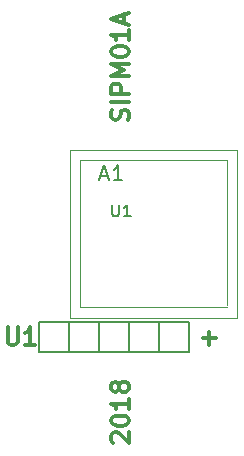
<source format=gbr>
G04 #@! TF.GenerationSoftware,KiCad,Pcbnew,6.0.0-rc1-unknown-f68581d~66~ubuntu16.04.1*
G04 #@! TF.CreationDate,2018-09-30T17:07:12+02:00*
G04 #@! TF.ProjectId,SIPM01A,5349504D3031412E6B696361645F7063,rev?*
G04 #@! TF.SameCoordinates,Original*
G04 #@! TF.FileFunction,Legend,Top*
G04 #@! TF.FilePolarity,Positive*
%FSLAX46Y46*%
G04 Gerber Fmt 4.6, Leading zero omitted, Abs format (unit mm)*
G04 Created by KiCad (PCBNEW 6.0.0-rc1-unknown-f68581d~66~ubuntu16.04.1) date Sun Sep 30 17:07:12 2018*
%MOMM*%
%LPD*%
G01*
G04 APERTURE LIST*
%ADD10C,0.300000*%
%ADD11C,0.120000*%
%ADD12C,0.150000*%
G04 APERTURE END LIST*
D10*
X552142Y12251428D02*
X552142Y11037142D01*
X623571Y10894285D01*
X694999Y10822857D01*
X837857Y10751428D01*
X1123571Y10751428D01*
X1266428Y10822857D01*
X1337857Y10894285D01*
X1409285Y11037142D01*
X1409285Y12251428D01*
X2909285Y10751428D02*
X2052142Y10751428D01*
X2480714Y10751428D02*
X2480714Y12251428D01*
X2337857Y12037142D01*
X2194999Y11894285D01*
X2052142Y11822857D01*
X17062142Y11322857D02*
X18205000Y11322857D01*
X17633571Y10751428D02*
X17633571Y11894285D01*
X9481428Y2508571D02*
X9410000Y2580000D01*
X9338571Y2722857D01*
X9338571Y3080000D01*
X9410000Y3222857D01*
X9481428Y3294285D01*
X9624285Y3365714D01*
X9767142Y3365714D01*
X9981428Y3294285D01*
X10838571Y2437142D01*
X10838571Y3365714D01*
X9338571Y4294285D02*
X9338571Y4437142D01*
X9410000Y4580000D01*
X9481428Y4651428D01*
X9624285Y4722857D01*
X9910000Y4794285D01*
X10267142Y4794285D01*
X10552857Y4722857D01*
X10695714Y4651428D01*
X10767142Y4580000D01*
X10838571Y4437142D01*
X10838571Y4294285D01*
X10767142Y4151428D01*
X10695714Y4080000D01*
X10552857Y4008571D01*
X10267142Y3937142D01*
X9910000Y3937142D01*
X9624285Y4008571D01*
X9481428Y4080000D01*
X9410000Y4151428D01*
X9338571Y4294285D01*
X10838571Y6222857D02*
X10838571Y5365714D01*
X10838571Y5794285D02*
X9338571Y5794285D01*
X9552857Y5651428D01*
X9695714Y5508571D01*
X9767142Y5365714D01*
X9981428Y7080000D02*
X9910000Y6937142D01*
X9838571Y6865714D01*
X9695714Y6794285D01*
X9624285Y6794285D01*
X9481428Y6865714D01*
X9410000Y6937142D01*
X9338571Y7080000D01*
X9338571Y7365714D01*
X9410000Y7508571D01*
X9481428Y7580000D01*
X9624285Y7651428D01*
X9695714Y7651428D01*
X9838571Y7580000D01*
X9910000Y7508571D01*
X9981428Y7365714D01*
X9981428Y7080000D01*
X10052857Y6937142D01*
X10124285Y6865714D01*
X10267142Y6794285D01*
X10552857Y6794285D01*
X10695714Y6865714D01*
X10767142Y6937142D01*
X10838571Y7080000D01*
X10838571Y7365714D01*
X10767142Y7508571D01*
X10695714Y7580000D01*
X10552857Y7651428D01*
X10267142Y7651428D01*
X10124285Y7580000D01*
X10052857Y7508571D01*
X9981428Y7365714D01*
X10767142Y29825714D02*
X10838571Y30040000D01*
X10838571Y30397142D01*
X10767142Y30540000D01*
X10695714Y30611428D01*
X10552857Y30682857D01*
X10410000Y30682857D01*
X10267142Y30611428D01*
X10195714Y30540000D01*
X10124285Y30397142D01*
X10052857Y30111428D01*
X9981428Y29968571D01*
X9910000Y29897142D01*
X9767142Y29825714D01*
X9624285Y29825714D01*
X9481428Y29897142D01*
X9410000Y29968571D01*
X9338571Y30111428D01*
X9338571Y30468571D01*
X9410000Y30682857D01*
X10838571Y31325714D02*
X9338571Y31325714D01*
X10838571Y32040000D02*
X9338571Y32040000D01*
X9338571Y32611428D01*
X9410000Y32754285D01*
X9481428Y32825714D01*
X9624285Y32897142D01*
X9838571Y32897142D01*
X9981428Y32825714D01*
X10052857Y32754285D01*
X10124285Y32611428D01*
X10124285Y32040000D01*
X10838571Y33540000D02*
X9338571Y33540000D01*
X10410000Y34040000D01*
X9338571Y34540000D01*
X10838571Y34540000D01*
X9338571Y35540000D02*
X9338571Y35682857D01*
X9410000Y35825714D01*
X9481428Y35897142D01*
X9624285Y35968571D01*
X9910000Y36040000D01*
X10267142Y36040000D01*
X10552857Y35968571D01*
X10695714Y35897142D01*
X10767142Y35825714D01*
X10838571Y35682857D01*
X10838571Y35540000D01*
X10767142Y35397142D01*
X10695714Y35325714D01*
X10552857Y35254285D01*
X10267142Y35182857D01*
X9910000Y35182857D01*
X9624285Y35254285D01*
X9481428Y35325714D01*
X9410000Y35397142D01*
X9338571Y35540000D01*
X10838571Y37468571D02*
X10838571Y36611428D01*
X10838571Y37040000D02*
X9338571Y37040000D01*
X9552857Y36897142D01*
X9695714Y36754285D01*
X9767142Y36611428D01*
X10410000Y38040000D02*
X10410000Y38754285D01*
X10838571Y37897142D02*
X9338571Y38397142D01*
X10838571Y38897142D01*
D11*
G04 #@! TO.C,U1*
X20003200Y27293000D02*
X20003200Y13093000D01*
X20003200Y27293000D02*
X5803200Y27293000D01*
X5803200Y27293000D02*
X5803200Y13093000D01*
X20003200Y13093000D02*
X5803200Y13093000D01*
X19133200Y13963000D02*
X6673200Y13963000D01*
X6673200Y26423000D02*
X6673200Y13963000D01*
X19133200Y26423000D02*
X6673200Y26423000D01*
X19133200Y26423000D02*
X19133200Y14193000D01*
D12*
G04 #@! TO.C,J1*
X5715000Y12700000D02*
X5715000Y10160000D01*
X3175000Y12700000D02*
X5715000Y12700000D01*
X3175000Y10160000D02*
X3175000Y12700000D01*
X5715000Y10160000D02*
X3175000Y10160000D01*
G04 #@! TO.C,J2*
X5715000Y10160000D02*
X5715000Y12700000D01*
X5715000Y12700000D02*
X8255000Y12700000D01*
X8255000Y12700000D02*
X8255000Y10160000D01*
X8255000Y10160000D02*
X5715000Y10160000D01*
G04 #@! TO.C,J3*
X10795000Y10160000D02*
X8255000Y10160000D01*
X10795000Y12700000D02*
X10795000Y10160000D01*
X8255000Y12700000D02*
X10795000Y12700000D01*
X8255000Y10160000D02*
X8255000Y12700000D01*
G04 #@! TO.C,J4*
X13335000Y10160000D02*
X10795000Y10160000D01*
X10795000Y10160000D02*
X10795000Y12700000D01*
X10795000Y12700000D02*
X13335000Y12700000D01*
X13335000Y12700000D02*
X13335000Y10160000D01*
G04 #@! TO.C,J7*
X13335000Y12700000D02*
X15875000Y12700000D01*
X15875000Y12700000D02*
X15875000Y10160000D01*
X15875000Y10160000D02*
X13335000Y10160000D01*
X13335000Y10160000D02*
X13335000Y12700000D01*
G04 #@! TO.C,U1*
X9398095Y22645619D02*
X9398095Y21836095D01*
X9445714Y21740857D01*
X9493333Y21693238D01*
X9588571Y21645619D01*
X9779047Y21645619D01*
X9874285Y21693238D01*
X9921904Y21740857D01*
X9969523Y21836095D01*
X9969523Y22645619D01*
X10969523Y21645619D02*
X10398095Y21645619D01*
X10683809Y21645619D02*
X10683809Y22645619D01*
X10588571Y22502761D01*
X10493333Y22407523D01*
X10398095Y22359904D01*
X8440057Y25061333D02*
X9044819Y25061333D01*
X8319104Y24698476D02*
X8742438Y25968476D01*
X9165771Y24698476D01*
X10254342Y24698476D02*
X9528628Y24698476D01*
X9891485Y24698476D02*
X9891485Y25968476D01*
X9770533Y25787047D01*
X9649580Y25666095D01*
X9528628Y25605619D01*
G04 #@! TD*
M02*

</source>
